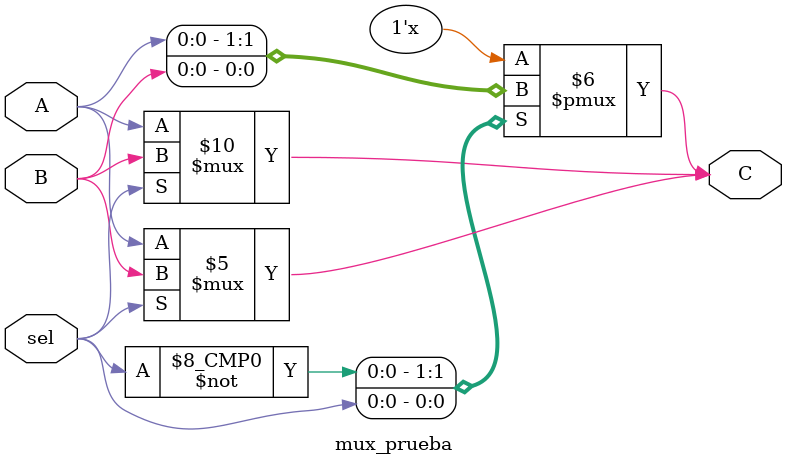
<source format=sv>
`timescale 1ns / 1ps

module mux_prueba(
    input logic A, B, sel,
    output logic C
    );
    always_comb
    begin
        if(sel == 1'b0)
            C = A;
        else
            C = B;
    end
    always_comb
    begin
        case(sel)
            1'b0: C = A;
            1'b1: C = B;
            default: C = 1'b0;
        endcase
    end
    assign C = (sel == 1'b0) ? A : B;
endmodule

</source>
